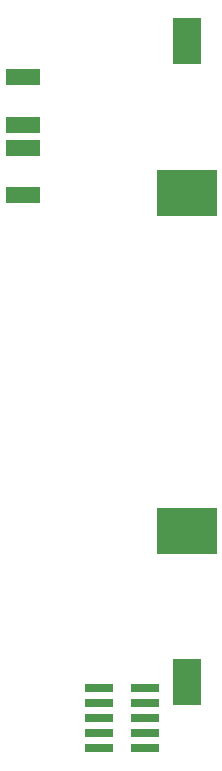
<source format=gbr>
%TF.GenerationSoftware,KiCad,Pcbnew,8.0.1*%
%TF.CreationDate,2024-07-19T12:33:08-04:00*%
%TF.ProjectId,Tiny4FSK,54696e79-3446-4534-9b2e-6b696361645f,rev?*%
%TF.SameCoordinates,Original*%
%TF.FileFunction,Paste,Bot*%
%TF.FilePolarity,Positive*%
%FSLAX46Y46*%
G04 Gerber Fmt 4.6, Leading zero omitted, Abs format (unit mm)*
G04 Created by KiCad (PCBNEW 8.0.1) date 2024-07-19 12:33:08*
%MOMM*%
%LPD*%
G01*
G04 APERTURE LIST*
%ADD10R,3.000000X1.400000*%
%ADD11R,2.340000X3.960000*%
%ADD12R,5.080000X3.960000*%
%ADD13R,2.400000X0.740000*%
G04 APERTURE END LIST*
D10*
%TO.C,U10*%
X136402666Y-59524333D03*
X136402666Y-49524333D03*
X136402666Y-55524333D03*
X136402666Y-53524333D03*
%TD*%
D11*
%TO.C,BT1*%
X150250000Y-46475000D03*
D12*
X150250000Y-59325000D03*
X150250000Y-87900000D03*
D11*
X150250000Y-100750000D03*
%TD*%
D13*
%TO.C,J8*%
X146750000Y-101250000D03*
X142850000Y-101250000D03*
X146750000Y-102520000D03*
X142850000Y-102520000D03*
X146750000Y-103790000D03*
X142850000Y-103790000D03*
X146750000Y-105060000D03*
X142850000Y-105060000D03*
X146750000Y-106330000D03*
X142850000Y-106330000D03*
%TD*%
M02*

</source>
